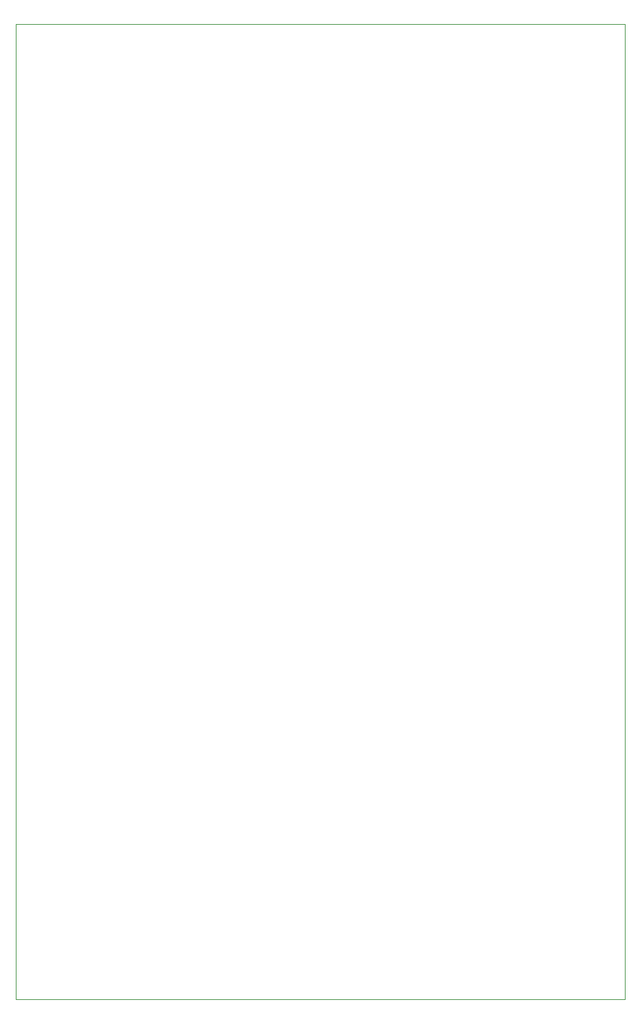
<source format=gbr>
G04 #@! TF.GenerationSoftware,KiCad,Pcbnew,5.1.5+dfsg1-2build2*
G04 #@! TF.CreationDate,2020-07-19T12:41:51+10:00*
G04 #@! TF.ProjectId,grinder_timer,6772696e-6465-4725-9f74-696d65722e6b,rev?*
G04 #@! TF.SameCoordinates,Original*
G04 #@! TF.FileFunction,Profile,NP*
%FSLAX46Y46*%
G04 Gerber Fmt 4.6, Leading zero omitted, Abs format (unit mm)*
G04 Created by KiCad (PCBNEW 5.1.5+dfsg1-2build2) date 2020-07-19 12:41:51*
%MOMM*%
%LPD*%
G04 APERTURE LIST*
%ADD10C,0.120000*%
G04 APERTURE END LIST*
D10*
X0Y120000000D02*
X0Y0D01*
X75000000Y120000000D02*
X0Y120000000D01*
X75000000Y0D02*
X75000000Y120000000D01*
X0Y0D02*
X75000000Y0D01*
M02*

</source>
